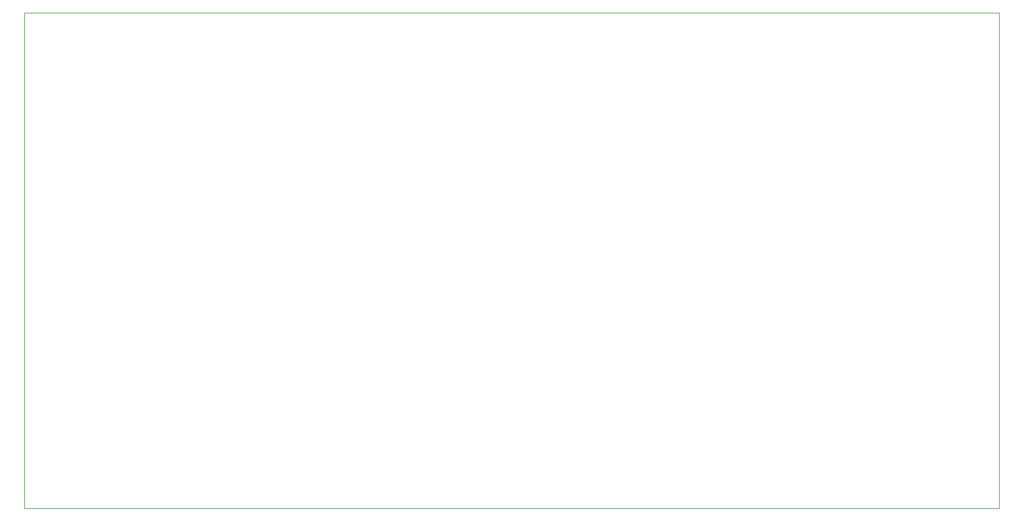
<source format=gbr>
%TF.GenerationSoftware,KiCad,Pcbnew,9.0.6*%
%TF.CreationDate,2026-01-20T17:25:10-06:00*%
%TF.ProjectId,MobileArkhamAsylum,4d6f6269-6c65-4417-926b-68616d417379,rev?*%
%TF.SameCoordinates,Original*%
%TF.FileFunction,Profile,NP*%
%FSLAX46Y46*%
G04 Gerber Fmt 4.6, Leading zero omitted, Abs format (unit mm)*
G04 Created by KiCad (PCBNEW 9.0.6) date 2026-01-20 17:25:10*
%MOMM*%
%LPD*%
G01*
G04 APERTURE LIST*
%TA.AperFunction,Profile*%
%ADD10C,0.050000*%
%TD*%
G04 APERTURE END LIST*
D10*
X88000000Y-66000000D02*
X230500000Y-66000000D01*
X230500000Y-138500000D01*
X88000000Y-138500000D01*
X88000000Y-66000000D01*
M02*

</source>
